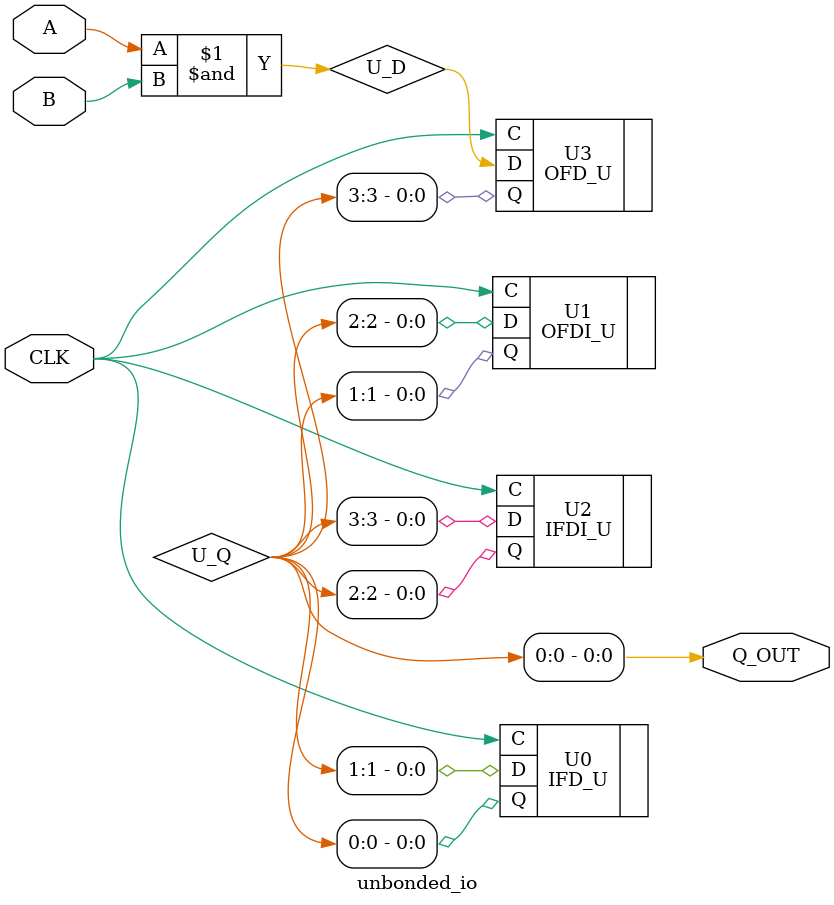
<source format=v>
module unbonded_io (A, B, CLK, Q_OUT); 


input A, B, CLK; 

output Q_OUT; 


wire[3:0] U_Q; 

wire U_D; 


assign U_D = A & B; 

assign Q_OUT = U_Q[0]; 


    OFD_U U3 (.Q(U_Q[3]), .D(U_D), .C(CLK)); 

    IFDI_U U2 (.Q(U_Q[2]), .D(U_Q[3]), .C(CLK)); 


    OFDI_U U1 (.Q(U_Q[1]), .D(U_Q[2]), .C(CLK)); 


    IFD_U U0 (.Q(U_Q[0]), .D(U_Q[1]), .C(CLK)); 

endmodule 


</source>
